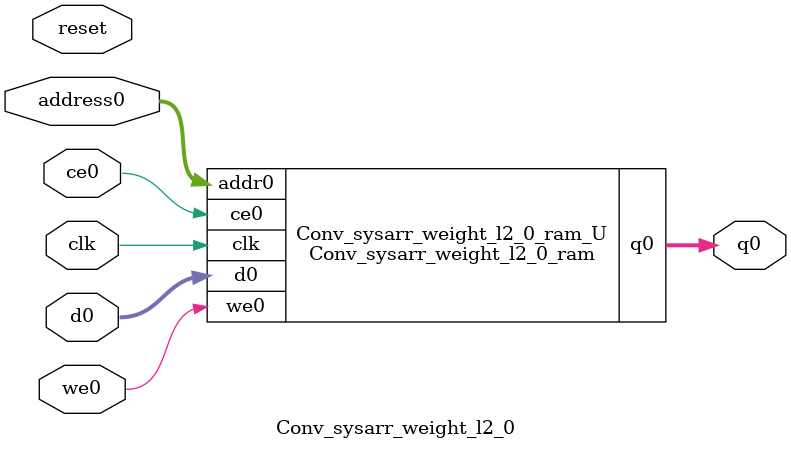
<source format=v>
`timescale 1 ns / 1 ps
module Conv_sysarr_weight_l2_0_ram (addr0, ce0, d0, we0, q0,  clk);

parameter DWIDTH = 8;
parameter AWIDTH = 9;
parameter MEM_SIZE = 512;

input[AWIDTH-1:0] addr0;
input ce0;
input[DWIDTH-1:0] d0;
input we0;
output reg[DWIDTH-1:0] q0;
input clk;

(* ram_style = "block" *)reg [DWIDTH-1:0] ram[0:MEM_SIZE-1];




always @(posedge clk)  
begin 
    if (ce0) begin
        if (we0) 
            ram[addr0] <= d0; 
        q0 <= ram[addr0];
    end
end


endmodule

`timescale 1 ns / 1 ps
module Conv_sysarr_weight_l2_0(
    reset,
    clk,
    address0,
    ce0,
    we0,
    d0,
    q0);

parameter DataWidth = 32'd8;
parameter AddressRange = 32'd512;
parameter AddressWidth = 32'd9;
input reset;
input clk;
input[AddressWidth - 1:0] address0;
input ce0;
input we0;
input[DataWidth - 1:0] d0;
output[DataWidth - 1:0] q0;



Conv_sysarr_weight_l2_0_ram Conv_sysarr_weight_l2_0_ram_U(
    .clk( clk ),
    .addr0( address0 ),
    .ce0( ce0 ),
    .we0( we0 ),
    .d0( d0 ),
    .q0( q0 ));

endmodule


</source>
